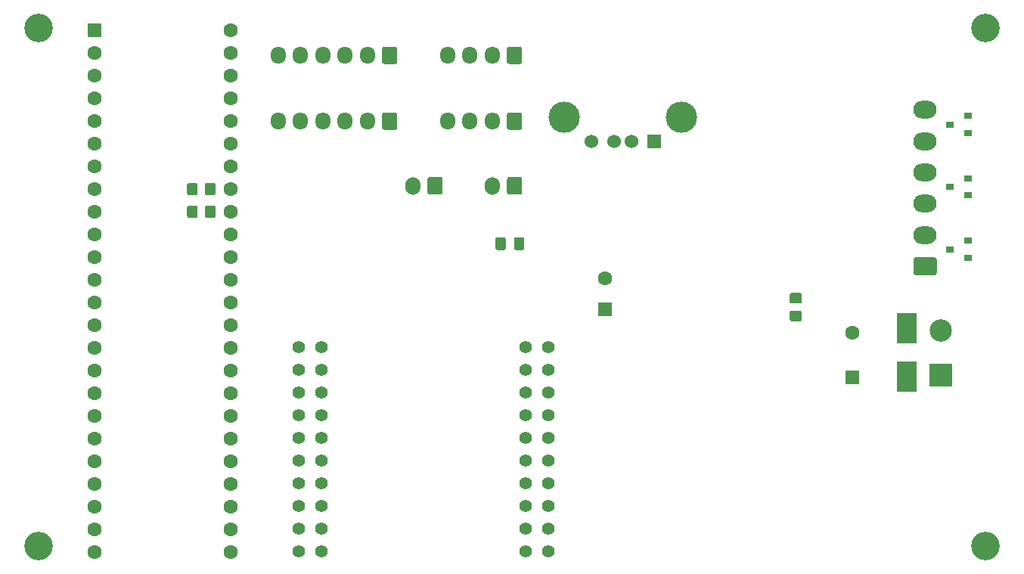
<source format=gbr>
%TF.GenerationSoftware,KiCad,Pcbnew,(5.1.9)-1*%
%TF.CreationDate,2021-03-15T23:27:25+01:00*%
%TF.ProjectId,fendt-teensy-aog-smd,66656e64-742d-4746-9565-6e73792d616f,rev?*%
%TF.SameCoordinates,Original*%
%TF.FileFunction,Soldermask,Bot*%
%TF.FilePolarity,Negative*%
%FSLAX46Y46*%
G04 Gerber Fmt 4.6, Leading zero omitted, Abs format (unit mm)*
G04 Created by KiCad (PCBNEW (5.1.9)-1) date 2021-03-15 23:27:25*
%MOMM*%
%LPD*%
G01*
G04 APERTURE LIST*
%ADD10C,1.600000*%
%ADD11R,1.600000X1.600000*%
%ADD12C,1.400000*%
%ADD13O,1.700000X1.950000*%
%ADD14R,2.300000X3.500000*%
%ADD15R,0.900000X0.800000*%
%ADD16C,3.200000*%
%ADD17R,2.500000X2.500000*%
%ADD18C,2.500000*%
%ADD19C,3.500000*%
%ADD20R,1.524000X1.524000*%
%ADD21C,1.524000*%
%ADD22O,2.600000X2.000000*%
%ADD23O,1.700000X2.000000*%
G04 APERTURE END LIST*
D10*
%TO.C,U1*%
X91440000Y-52832000D03*
X91440000Y-55372000D03*
X91440000Y-57912000D03*
X91440000Y-60452000D03*
X91440000Y-62992000D03*
X91440000Y-65532000D03*
X91440000Y-68072000D03*
X91440000Y-70612000D03*
X91440000Y-73152000D03*
X91440000Y-75692000D03*
X91440000Y-78232000D03*
X91440000Y-80772000D03*
X91440000Y-83312000D03*
X91440000Y-85852000D03*
D11*
X76200000Y-52832000D03*
D10*
X76200000Y-55372000D03*
X76200000Y-57912000D03*
X76200000Y-60452000D03*
X76200000Y-62992000D03*
X76200000Y-65532000D03*
X76200000Y-68072000D03*
X76200000Y-70612000D03*
X76200000Y-73152000D03*
X76200000Y-75692000D03*
X76200000Y-78232000D03*
X76200000Y-80772000D03*
X76200000Y-83312000D03*
X91440000Y-88392000D03*
X91440000Y-90932000D03*
X91440000Y-93472000D03*
X91440000Y-96012000D03*
X91440000Y-98552000D03*
X91440000Y-101092000D03*
X91440000Y-103632000D03*
X91440000Y-106172000D03*
X91440000Y-108712000D03*
X91440000Y-111252000D03*
X76200000Y-111252000D03*
X76200000Y-108712000D03*
X76200000Y-106172000D03*
X76200000Y-103632000D03*
X76200000Y-85852000D03*
X76200000Y-88392000D03*
X76200000Y-90932000D03*
X76200000Y-101092000D03*
X76200000Y-98552000D03*
X76200000Y-96012000D03*
X76200000Y-93472000D03*
%TD*%
D12*
%TO.C,U3*%
X99060000Y-88265000D03*
X101600000Y-88265000D03*
X99060000Y-90805000D03*
X101600000Y-90805000D03*
X99060000Y-93345000D03*
X101600000Y-93345000D03*
X99060000Y-95885000D03*
X101600000Y-95885000D03*
X99060000Y-98425000D03*
X101600000Y-98425000D03*
X99060000Y-100965000D03*
X101600000Y-100965000D03*
X99060000Y-103505000D03*
X101600000Y-103505000D03*
X99060000Y-106045000D03*
X101600000Y-106045000D03*
X99060000Y-108585000D03*
X101600000Y-108585000D03*
X99060000Y-111125000D03*
X101600000Y-111125000D03*
X124460000Y-88265000D03*
X127000000Y-88265000D03*
X124460000Y-90805000D03*
X127000000Y-90805000D03*
X124460000Y-93345000D03*
X127000000Y-93345000D03*
X124460000Y-95885000D03*
X127000000Y-95885000D03*
X124460000Y-98425000D03*
X127000000Y-98425000D03*
X124460000Y-100965000D03*
X127000000Y-100965000D03*
X124460000Y-103505000D03*
X127000000Y-103505000D03*
X124460000Y-106045000D03*
X127000000Y-106045000D03*
X124460000Y-108585000D03*
X127000000Y-108585000D03*
X127000000Y-111125000D03*
X124460000Y-111125000D03*
%TD*%
%TO.C,J9*%
G36*
G01*
X110070000Y-54901000D02*
X110070000Y-56351000D01*
G75*
G02*
X109820000Y-56601000I-250000J0D01*
G01*
X108620000Y-56601000D01*
G75*
G02*
X108370000Y-56351000I0J250000D01*
G01*
X108370000Y-54901000D01*
G75*
G02*
X108620000Y-54651000I250000J0D01*
G01*
X109820000Y-54651000D01*
G75*
G02*
X110070000Y-54901000I0J-250000D01*
G01*
G37*
D13*
X106720000Y-55626000D03*
X104220000Y-55626000D03*
X101720000Y-55626000D03*
X99220000Y-55626000D03*
X96720000Y-55626000D03*
%TD*%
%TO.C,R1*%
G36*
G01*
X154235999Y-84220000D02*
X155136001Y-84220000D01*
G75*
G02*
X155386000Y-84469999I0J-249999D01*
G01*
X155386000Y-85170001D01*
G75*
G02*
X155136001Y-85420000I-249999J0D01*
G01*
X154235999Y-85420000D01*
G75*
G02*
X153986000Y-85170001I0J249999D01*
G01*
X153986000Y-84469999D01*
G75*
G02*
X154235999Y-84220000I249999J0D01*
G01*
G37*
G36*
G01*
X154235999Y-82220000D02*
X155136001Y-82220000D01*
G75*
G02*
X155386000Y-82469999I0J-249999D01*
G01*
X155386000Y-83170001D01*
G75*
G02*
X155136001Y-83420000I-249999J0D01*
G01*
X154235999Y-83420000D01*
G75*
G02*
X153986000Y-83170001I0J249999D01*
G01*
X153986000Y-82469999D01*
G75*
G02*
X154235999Y-82220000I249999J0D01*
G01*
G37*
%TD*%
%TO.C,R7*%
G36*
G01*
X88538000Y-71062001D02*
X88538000Y-70161999D01*
G75*
G02*
X88787999Y-69912000I249999J0D01*
G01*
X89488001Y-69912000D01*
G75*
G02*
X89738000Y-70161999I0J-249999D01*
G01*
X89738000Y-71062001D01*
G75*
G02*
X89488001Y-71312000I-249999J0D01*
G01*
X88787999Y-71312000D01*
G75*
G02*
X88538000Y-71062001I0J249999D01*
G01*
G37*
G36*
G01*
X86538000Y-71062001D02*
X86538000Y-70161999D01*
G75*
G02*
X86787999Y-69912000I249999J0D01*
G01*
X87488001Y-69912000D01*
G75*
G02*
X87738000Y-70161999I0J-249999D01*
G01*
X87738000Y-71062001D01*
G75*
G02*
X87488001Y-71312000I-249999J0D01*
G01*
X86787999Y-71312000D01*
G75*
G02*
X86538000Y-71062001I0J249999D01*
G01*
G37*
%TD*%
%TO.C,R8*%
G36*
G01*
X88538000Y-73602001D02*
X88538000Y-72701999D01*
G75*
G02*
X88787999Y-72452000I249999J0D01*
G01*
X89488001Y-72452000D01*
G75*
G02*
X89738000Y-72701999I0J-249999D01*
G01*
X89738000Y-73602001D01*
G75*
G02*
X89488001Y-73852000I-249999J0D01*
G01*
X88787999Y-73852000D01*
G75*
G02*
X88538000Y-73602001I0J249999D01*
G01*
G37*
G36*
G01*
X86538000Y-73602001D02*
X86538000Y-72701999D01*
G75*
G02*
X86787999Y-72452000I249999J0D01*
G01*
X87488001Y-72452000D01*
G75*
G02*
X87738000Y-72701999I0J-249999D01*
G01*
X87738000Y-73602001D01*
G75*
G02*
X87488001Y-73852000I-249999J0D01*
G01*
X86787999Y-73852000D01*
G75*
G02*
X86538000Y-73602001I0J249999D01*
G01*
G37*
%TD*%
D11*
%TO.C,C1*%
X161036000Y-91694000D03*
D10*
X161036000Y-86694000D03*
%TD*%
D11*
%TO.C,C2*%
X133350000Y-84074000D03*
D10*
X133350000Y-80574000D03*
%TD*%
%TO.C,C11*%
G36*
G01*
X124307000Y-76233000D02*
X124307000Y-77183000D01*
G75*
G02*
X124057000Y-77433000I-250000J0D01*
G01*
X123382000Y-77433000D01*
G75*
G02*
X123132000Y-77183000I0J250000D01*
G01*
X123132000Y-76233000D01*
G75*
G02*
X123382000Y-75983000I250000J0D01*
G01*
X124057000Y-75983000D01*
G75*
G02*
X124307000Y-76233000I0J-250000D01*
G01*
G37*
G36*
G01*
X122232000Y-76233000D02*
X122232000Y-77183000D01*
G75*
G02*
X121982000Y-77433000I-250000J0D01*
G01*
X121307000Y-77433000D01*
G75*
G02*
X121057000Y-77183000I0J250000D01*
G01*
X121057000Y-76233000D01*
G75*
G02*
X121307000Y-75983000I250000J0D01*
G01*
X121982000Y-75983000D01*
G75*
G02*
X122232000Y-76233000I0J-250000D01*
G01*
G37*
%TD*%
D14*
%TO.C,D1*%
X167132000Y-91600000D03*
X167132000Y-86200000D03*
%TD*%
D15*
%TO.C,D7*%
X171974000Y-63373000D03*
X173974000Y-64323000D03*
X173974000Y-62423000D03*
%TD*%
%TO.C,D8*%
X173974000Y-76393000D03*
X173974000Y-78293000D03*
X171974000Y-77343000D03*
%TD*%
%TO.C,D9*%
X171974000Y-70358000D03*
X173974000Y-71308000D03*
X173974000Y-69408000D03*
%TD*%
D16*
%TO.C,H1*%
X69930000Y-110562000D03*
%TD*%
%TO.C,H2*%
X175930000Y-110562000D03*
%TD*%
%TO.C,H3*%
X69930000Y-52562000D03*
%TD*%
%TO.C,H4*%
X175930000Y-52562000D03*
%TD*%
D17*
%TO.C,J1*%
X170942000Y-91440000D03*
D18*
X170942000Y-86440000D03*
%TD*%
%TO.C,J2*%
G36*
G01*
X124040000Y-54901000D02*
X124040000Y-56351000D01*
G75*
G02*
X123790000Y-56601000I-250000J0D01*
G01*
X122590000Y-56601000D01*
G75*
G02*
X122340000Y-56351000I0J250000D01*
G01*
X122340000Y-54901000D01*
G75*
G02*
X122590000Y-54651000I250000J0D01*
G01*
X123790000Y-54651000D01*
G75*
G02*
X124040000Y-54901000I0J-250000D01*
G01*
G37*
D13*
X120690000Y-55626000D03*
X118190000Y-55626000D03*
X115690000Y-55626000D03*
%TD*%
D19*
%TO.C,J3*%
X128741000Y-62568000D03*
X141881000Y-62568000D03*
D20*
X138811000Y-65278000D03*
D21*
X136311000Y-65278000D03*
X134311000Y-65278000D03*
X131811000Y-65278000D03*
%TD*%
D13*
%TO.C,J4*%
X115690000Y-62992000D03*
X118190000Y-62992000D03*
X120690000Y-62992000D03*
G36*
G01*
X124040000Y-62267000D02*
X124040000Y-63717000D01*
G75*
G02*
X123790000Y-63967000I-250000J0D01*
G01*
X122590000Y-63967000D01*
G75*
G02*
X122340000Y-63717000I0J250000D01*
G01*
X122340000Y-62267000D01*
G75*
G02*
X122590000Y-62017000I250000J0D01*
G01*
X123790000Y-62017000D01*
G75*
G02*
X124040000Y-62267000I0J-250000D01*
G01*
G37*
%TD*%
%TO.C,J5*%
G36*
G01*
X170214000Y-80248000D02*
X168114000Y-80248000D01*
G75*
G02*
X167864000Y-79998000I0J250000D01*
G01*
X167864000Y-78498000D01*
G75*
G02*
X168114000Y-78248000I250000J0D01*
G01*
X170214000Y-78248000D01*
G75*
G02*
X170464000Y-78498000I0J-250000D01*
G01*
X170464000Y-79998000D01*
G75*
G02*
X170214000Y-80248000I-250000J0D01*
G01*
G37*
D22*
X169164000Y-75748000D03*
X169164000Y-72248000D03*
X169164000Y-68748000D03*
X169164000Y-65248000D03*
X169164000Y-61748000D03*
%TD*%
D23*
%TO.C,J6*%
X111800000Y-70231000D03*
G36*
G01*
X115150000Y-69481000D02*
X115150000Y-70981000D01*
G75*
G02*
X114900000Y-71231000I-250000J0D01*
G01*
X113700000Y-71231000D01*
G75*
G02*
X113450000Y-70981000I0J250000D01*
G01*
X113450000Y-69481000D01*
G75*
G02*
X113700000Y-69231000I250000J0D01*
G01*
X114900000Y-69231000D01*
G75*
G02*
X115150000Y-69481000I0J-250000D01*
G01*
G37*
%TD*%
D13*
%TO.C,J7*%
X96720000Y-62992000D03*
X99220000Y-62992000D03*
X101720000Y-62992000D03*
X104220000Y-62992000D03*
X106720000Y-62992000D03*
G36*
G01*
X110070000Y-62267000D02*
X110070000Y-63717000D01*
G75*
G02*
X109820000Y-63967000I-250000J0D01*
G01*
X108620000Y-63967000D01*
G75*
G02*
X108370000Y-63717000I0J250000D01*
G01*
X108370000Y-62267000D01*
G75*
G02*
X108620000Y-62017000I250000J0D01*
G01*
X109820000Y-62017000D01*
G75*
G02*
X110070000Y-62267000I0J-250000D01*
G01*
G37*
%TD*%
%TO.C,J8*%
G36*
G01*
X124060000Y-69482000D02*
X124060000Y-70982000D01*
G75*
G02*
X123810000Y-71232000I-250000J0D01*
G01*
X122610000Y-71232000D01*
G75*
G02*
X122360000Y-70982000I0J250000D01*
G01*
X122360000Y-69482000D01*
G75*
G02*
X122610000Y-69232000I250000J0D01*
G01*
X123810000Y-69232000D01*
G75*
G02*
X124060000Y-69482000I0J-250000D01*
G01*
G37*
D23*
X120710000Y-70232000D03*
%TD*%
M02*

</source>
